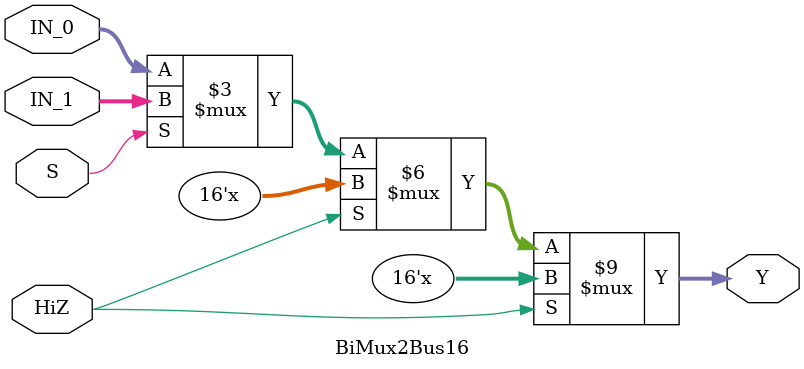
<source format=v>
module BiMux2Bus16(HiZ,IN_0,IN_1,Y,S);

input HiZ;
input S;
input [15:0]IN_0;
input [15:0]IN_1;
output reg[15:0]Y;

always@* begin   
	 if(HiZ) begin
		Y = 16'bz;
	 end
	 else begin
		if(S) begin
			Y = IN_1;
		end
		else begin
			Y = IN_0;
		end
	 end
		
end	 
endmodule
</source>
